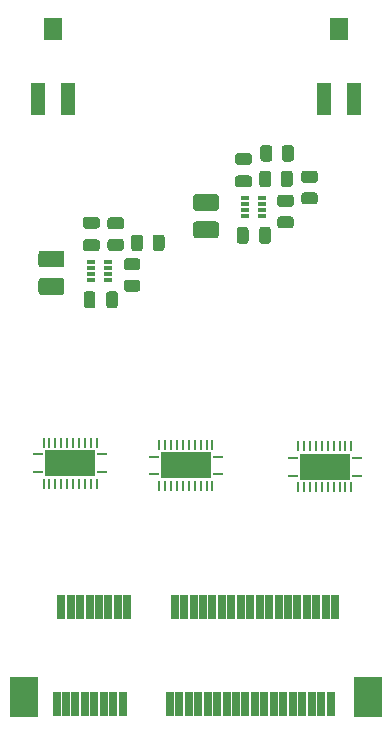
<source format=gtp>
G04 #@! TF.GenerationSoftware,KiCad,Pcbnew,9.0.1+1*
G04 #@! TF.CreationDate,2025-11-11T08:29:27+00:00*
G04 #@! TF.ProjectId,cellular-modem,63656c6c-756c-4617-922d-6d6f64656d2e,rev?*
G04 #@! TF.SameCoordinates,Original*
G04 #@! TF.FileFunction,Paste,Top*
G04 #@! TF.FilePolarity,Positive*
%FSLAX46Y46*%
G04 Gerber Fmt 4.6, Leading zero omitted, Abs format (unit mm)*
G04 Created by KiCad (PCBNEW 9.0.1+1) date 2025-11-11 08:29:27*
%MOMM*%
%LPD*%
G01*
G04 APERTURE LIST*
%ADD10C,0.000000*%
%ADD11R,0.812800X0.254000*%
%ADD12R,0.254000X0.812800*%
%ADD13R,4.191000X2.209800*%
%ADD14R,0.660000X0.320000*%
%ADD15R,1.500000X1.900000*%
%ADD16R,1.200000X2.700000*%
%ADD17R,0.640000X2.108200*%
%ADD18R,2.438400X3.352800*%
G04 APERTURE END LIST*
D10*
G36*
X98866700Y-78894901D02*
G01*
X97669700Y-78894901D01*
X97669700Y-76885101D01*
X98866700Y-76885101D01*
X98866700Y-78894901D01*
G37*
G36*
X100263700Y-78894901D02*
G01*
X99066700Y-78894901D01*
X99066700Y-76885101D01*
X100263700Y-76885101D01*
X100263700Y-78894901D01*
G37*
G36*
X101660700Y-78894901D02*
G01*
X100463700Y-78894901D01*
X100463700Y-76885101D01*
X101660700Y-76885101D01*
X101660700Y-78894901D01*
G37*
G36*
X87106500Y-78779900D02*
G01*
X85909500Y-78779900D01*
X85909500Y-76770100D01*
X87106500Y-76770100D01*
X87106500Y-78779900D01*
G37*
G36*
X88503500Y-78779900D02*
G01*
X87306500Y-78779900D01*
X87306500Y-76770100D01*
X88503500Y-76770100D01*
X88503500Y-78779900D01*
G37*
G36*
X89900500Y-78779900D02*
G01*
X88703500Y-78779900D01*
X88703500Y-76770100D01*
X89900500Y-76770100D01*
X89900500Y-78779900D01*
G37*
G36*
X77307500Y-78602100D02*
G01*
X76110500Y-78602100D01*
X76110500Y-76592300D01*
X77307500Y-76592300D01*
X77307500Y-78602100D01*
G37*
G36*
X78704500Y-78602100D02*
G01*
X77507500Y-78602100D01*
X77507500Y-76592300D01*
X78704500Y-76592300D01*
X78704500Y-78602100D01*
G37*
G36*
X80101500Y-78602100D02*
G01*
X78904500Y-78602100D01*
X78904500Y-76592300D01*
X80101500Y-76592300D01*
X80101500Y-78602100D01*
G37*
D11*
X102383000Y-77140000D03*
D12*
X101915201Y-76162801D03*
X101415199Y-76162801D03*
X100915200Y-76162801D03*
X100415201Y-76162801D03*
X99915200Y-76162801D03*
X99415200Y-76162801D03*
X98915199Y-76162801D03*
X98415200Y-76162801D03*
X97915201Y-76162801D03*
X97415199Y-76162801D03*
D11*
X96947400Y-77140000D03*
X96947400Y-78640002D03*
D12*
X97415199Y-79617201D03*
X97915201Y-79617201D03*
X98415200Y-79617201D03*
X98915199Y-79617201D03*
X99415200Y-79617201D03*
X99915200Y-79617201D03*
X100415201Y-79617201D03*
X100915200Y-79617201D03*
X101415199Y-79617201D03*
X101915201Y-79617201D03*
D11*
X102383000Y-78640002D03*
D13*
X99665200Y-77890001D03*
D14*
X79860200Y-60586840D03*
X79860200Y-61086840D03*
X79860200Y-61586840D03*
X79860200Y-62086840D03*
X81330200Y-62086840D03*
X81330200Y-61586840D03*
X81330200Y-61086840D03*
X81330200Y-60586840D03*
G36*
G01*
X77375799Y-63338740D02*
X75675801Y-63338740D01*
G75*
G02*
X75425800Y-63088739I0J250001D01*
G01*
X75425800Y-62163741D01*
G75*
G02*
X75675801Y-61913740I250001J0D01*
G01*
X77375799Y-61913740D01*
G75*
G02*
X77625800Y-62163741I0J-250001D01*
G01*
X77625800Y-63088739D01*
G75*
G02*
X77375799Y-63338740I-250001J0D01*
G01*
G37*
G36*
G01*
X77375799Y-61013740D02*
X75675801Y-61013740D01*
G75*
G02*
X75425800Y-60763739I0J250001D01*
G01*
X75425800Y-59838741D01*
G75*
G02*
X75675801Y-59588740I250001J0D01*
G01*
X77375799Y-59588740D01*
G75*
G02*
X77625800Y-59838741I0J-250001D01*
G01*
X77625800Y-60763739D01*
G75*
G02*
X77375799Y-61013740I-250001J0D01*
G01*
G37*
G36*
G01*
X97919800Y-52829600D02*
X98819800Y-52829600D01*
G75*
G02*
X99069800Y-53079600I0J-250000D01*
G01*
X99069800Y-53604600D01*
G75*
G02*
X98819800Y-53854600I-250000J0D01*
G01*
X97919800Y-53854600D01*
G75*
G02*
X97669800Y-53604600I0J250000D01*
G01*
X97669800Y-53079600D01*
G75*
G02*
X97919800Y-52829600I250000J0D01*
G01*
G37*
G36*
G01*
X97919800Y-54654600D02*
X98819800Y-54654600D01*
G75*
G02*
X99069800Y-54904600I0J-250000D01*
G01*
X99069800Y-55429600D01*
G75*
G02*
X98819800Y-55679600I-250000J0D01*
G01*
X97919800Y-55679600D01*
G75*
G02*
X97669800Y-55429600I0J250000D01*
G01*
X97669800Y-54904600D01*
G75*
G02*
X97919800Y-54654600I250000J0D01*
G01*
G37*
G36*
G01*
X95110600Y-57818200D02*
X95110600Y-58768200D01*
G75*
G02*
X94860600Y-59018200I-250000J0D01*
G01*
X94360600Y-59018200D01*
G75*
G02*
X94110600Y-58768200I0J250000D01*
G01*
X94110600Y-57818200D01*
G75*
G02*
X94360600Y-57568200I250000J0D01*
G01*
X94860600Y-57568200D01*
G75*
G02*
X95110600Y-57818200I0J-250000D01*
G01*
G37*
G36*
G01*
X93210600Y-57818200D02*
X93210600Y-58768200D01*
G75*
G02*
X92960600Y-59018200I-250000J0D01*
G01*
X92460600Y-59018200D01*
G75*
G02*
X92210600Y-58768200I0J250000D01*
G01*
X92210600Y-57818200D01*
G75*
G02*
X92460600Y-57568200I250000J0D01*
G01*
X92960600Y-57568200D01*
G75*
G02*
X93210600Y-57818200I0J-250000D01*
G01*
G37*
G36*
G01*
X96787800Y-57709700D02*
X95887800Y-57709700D01*
G75*
G02*
X95637800Y-57459700I0J250000D01*
G01*
X95637800Y-56934700D01*
G75*
G02*
X95887800Y-56684700I250000J0D01*
G01*
X96787800Y-56684700D01*
G75*
G02*
X97037800Y-56934700I0J-250000D01*
G01*
X97037800Y-57459700D01*
G75*
G02*
X96787800Y-57709700I-250000J0D01*
G01*
G37*
G36*
G01*
X96787800Y-55884700D02*
X95887800Y-55884700D01*
G75*
G02*
X95637800Y-55634700I0J250000D01*
G01*
X95637800Y-55109700D01*
G75*
G02*
X95887800Y-54859700I250000J0D01*
G01*
X96787800Y-54859700D01*
G75*
G02*
X97037800Y-55109700I0J-250000D01*
G01*
X97037800Y-55634700D01*
G75*
G02*
X96787800Y-55884700I-250000J0D01*
G01*
G37*
D15*
X76651600Y-40813799D03*
D16*
X75401600Y-46713799D03*
X77901600Y-46713799D03*
D15*
X100851600Y-40813799D03*
D16*
X99601600Y-46713799D03*
X102101600Y-46713799D03*
G36*
G01*
X94101900Y-53968000D02*
X94101900Y-53068000D01*
G75*
G02*
X94351900Y-52818000I250000J0D01*
G01*
X94876900Y-52818000D01*
G75*
G02*
X95126900Y-53068000I0J-250000D01*
G01*
X95126900Y-53968000D01*
G75*
G02*
X94876900Y-54218000I-250000J0D01*
G01*
X94351900Y-54218000D01*
G75*
G02*
X94101900Y-53968000I0J250000D01*
G01*
G37*
G36*
G01*
X95926900Y-53968000D02*
X95926900Y-53068000D01*
G75*
G02*
X96176900Y-52818000I250000J0D01*
G01*
X96701900Y-52818000D01*
G75*
G02*
X96951900Y-53068000I0J-250000D01*
G01*
X96951900Y-53968000D01*
G75*
G02*
X96701900Y-54218000I-250000J0D01*
G01*
X96176900Y-54218000D01*
G75*
G02*
X95926900Y-53968000I0J250000D01*
G01*
G37*
D17*
X76951601Y-97958398D03*
X77351600Y-89758397D03*
X77751602Y-97958398D03*
X78151601Y-89758397D03*
X78551600Y-97958398D03*
X78951602Y-89758397D03*
X79351601Y-97958398D03*
X79751600Y-89758397D03*
X80151599Y-97958398D03*
X80551601Y-89758397D03*
X80951600Y-97958398D03*
X81351600Y-89758397D03*
X81751601Y-97958398D03*
X82151601Y-89758397D03*
X82551600Y-97958398D03*
X82951601Y-89758397D03*
X86551599Y-97958398D03*
X86951601Y-89758397D03*
X87351600Y-97958398D03*
X87751599Y-89758397D03*
X88151601Y-97958398D03*
X88551600Y-89758397D03*
X88951600Y-97958398D03*
X89351599Y-89758397D03*
X89751601Y-97958398D03*
X90151600Y-89758397D03*
X90551599Y-97958398D03*
X90951601Y-89758397D03*
X91351600Y-97958398D03*
X91751599Y-89758397D03*
X92151598Y-97958398D03*
X92551600Y-89758397D03*
X92951599Y-97958398D03*
X93351598Y-89758397D03*
X93751600Y-97958398D03*
X94151599Y-89758397D03*
X94551599Y-97958398D03*
X94951600Y-89758397D03*
X95351599Y-97958398D03*
X95751599Y-89758397D03*
X96151598Y-97958398D03*
X96551600Y-89758397D03*
X96951599Y-97958398D03*
X97351598Y-89758397D03*
X97751600Y-97958398D03*
X98151599Y-89758397D03*
X98551598Y-97958398D03*
X98951600Y-89758397D03*
X99351599Y-97958398D03*
X99751598Y-89758397D03*
X100151598Y-97958398D03*
X100551599Y-89758397D03*
D18*
X74176598Y-97358400D03*
X103326602Y-97358400D03*
G36*
G01*
X90456799Y-58536700D02*
X88756801Y-58536700D01*
G75*
G02*
X88506800Y-58286699I0J250001D01*
G01*
X88506800Y-57361701D01*
G75*
G02*
X88756801Y-57111700I250001J0D01*
G01*
X90456799Y-57111700D01*
G75*
G02*
X90706800Y-57361701I0J-250001D01*
G01*
X90706800Y-58286699D01*
G75*
G02*
X90456799Y-58536700I-250001J0D01*
G01*
G37*
G36*
G01*
X90456799Y-56211700D02*
X88756801Y-56211700D01*
G75*
G02*
X88506800Y-55961699I0J250001D01*
G01*
X88506800Y-55036701D01*
G75*
G02*
X88756801Y-54786700I250001J0D01*
G01*
X90456799Y-54786700D01*
G75*
G02*
X90706800Y-55036701I0J-250001D01*
G01*
X90706800Y-55961699D01*
G75*
G02*
X90456799Y-56211700I-250001J0D01*
G01*
G37*
D11*
X85187200Y-78525001D03*
D12*
X85654999Y-79502200D03*
X86155001Y-79502200D03*
X86655000Y-79502200D03*
X87154999Y-79502200D03*
X87655000Y-79502200D03*
X88155000Y-79502200D03*
X88655001Y-79502200D03*
X89155000Y-79502200D03*
X89654999Y-79502200D03*
X90155001Y-79502200D03*
D11*
X90622800Y-78525001D03*
X90622800Y-77024999D03*
D12*
X90155001Y-76047800D03*
X89654999Y-76047800D03*
X89155000Y-76047800D03*
X88655001Y-76047800D03*
X88155000Y-76047800D03*
X87655000Y-76047800D03*
X87154999Y-76047800D03*
X86655000Y-76047800D03*
X86155001Y-76047800D03*
X85654999Y-76047800D03*
D11*
X85187200Y-77024999D03*
D13*
X87905000Y-77775000D03*
G36*
G01*
X94199700Y-51809000D02*
X94199700Y-50909000D01*
G75*
G02*
X94449700Y-50659000I250000J0D01*
G01*
X94974700Y-50659000D01*
G75*
G02*
X95224700Y-50909000I0J-250000D01*
G01*
X95224700Y-51809000D01*
G75*
G02*
X94974700Y-52059000I-250000J0D01*
G01*
X94449700Y-52059000D01*
G75*
G02*
X94199700Y-51809000I0J250000D01*
G01*
G37*
G36*
G01*
X96024700Y-51809000D02*
X96024700Y-50909000D01*
G75*
G02*
X96274700Y-50659000I250000J0D01*
G01*
X96799700Y-50659000D01*
G75*
G02*
X97049700Y-50909000I0J-250000D01*
G01*
X97049700Y-51809000D01*
G75*
G02*
X96799700Y-52059000I-250000J0D01*
G01*
X96274700Y-52059000D01*
G75*
G02*
X96024700Y-51809000I0J250000D01*
G01*
G37*
G36*
G01*
X83254200Y-59379640D02*
X83254200Y-58479640D01*
G75*
G02*
X83504200Y-58229640I250000J0D01*
G01*
X84029200Y-58229640D01*
G75*
G02*
X84279200Y-58479640I0J-250000D01*
G01*
X84279200Y-59379640D01*
G75*
G02*
X84029200Y-59629640I-250000J0D01*
G01*
X83504200Y-59629640D01*
G75*
G02*
X83254200Y-59379640I0J250000D01*
G01*
G37*
G36*
G01*
X85079200Y-59379640D02*
X85079200Y-58479640D01*
G75*
G02*
X85329200Y-58229640I250000J0D01*
G01*
X85854200Y-58229640D01*
G75*
G02*
X86104200Y-58479640I0J-250000D01*
G01*
X86104200Y-59379640D01*
G75*
G02*
X85854200Y-59629640I-250000J0D01*
G01*
X85329200Y-59629640D01*
G75*
G02*
X85079200Y-59379640I0J250000D01*
G01*
G37*
G36*
G01*
X83808400Y-63074340D02*
X82908400Y-63074340D01*
G75*
G02*
X82658400Y-62824340I0J250000D01*
G01*
X82658400Y-62299340D01*
G75*
G02*
X82908400Y-62049340I250000J0D01*
G01*
X83808400Y-62049340D01*
G75*
G02*
X84058400Y-62299340I0J-250000D01*
G01*
X84058400Y-62824340D01*
G75*
G02*
X83808400Y-63074340I-250000J0D01*
G01*
G37*
G36*
G01*
X83808400Y-61249340D02*
X82908400Y-61249340D01*
G75*
G02*
X82658400Y-60999340I0J250000D01*
G01*
X82658400Y-60474340D01*
G75*
G02*
X82908400Y-60224340I250000J0D01*
G01*
X83808400Y-60224340D01*
G75*
G02*
X84058400Y-60474340I0J-250000D01*
G01*
X84058400Y-60999340D01*
G75*
G02*
X83808400Y-61249340I-250000J0D01*
G01*
G37*
G36*
G01*
X81511400Y-56766140D02*
X82411400Y-56766140D01*
G75*
G02*
X82661400Y-57016140I0J-250000D01*
G01*
X82661400Y-57541140D01*
G75*
G02*
X82411400Y-57791140I-250000J0D01*
G01*
X81511400Y-57791140D01*
G75*
G02*
X81261400Y-57541140I0J250000D01*
G01*
X81261400Y-57016140D01*
G75*
G02*
X81511400Y-56766140I250000J0D01*
G01*
G37*
G36*
G01*
X81511400Y-58591140D02*
X82411400Y-58591140D01*
G75*
G02*
X82661400Y-58841140I0J-250000D01*
G01*
X82661400Y-59366140D01*
G75*
G02*
X82411400Y-59616140I-250000J0D01*
G01*
X81511400Y-59616140D01*
G75*
G02*
X81261400Y-59366140I0J250000D01*
G01*
X81261400Y-58841140D01*
G75*
G02*
X81511400Y-58591140I250000J0D01*
G01*
G37*
D14*
X92908800Y-55143600D03*
X92908800Y-55643600D03*
X92908800Y-56143600D03*
X92908800Y-56643600D03*
X94378800Y-56643600D03*
X94378800Y-56143600D03*
X94378800Y-55643600D03*
X94378800Y-55143600D03*
G36*
G01*
X80379000Y-59632840D02*
X79429000Y-59632840D01*
G75*
G02*
X79179000Y-59382840I0J250000D01*
G01*
X79179000Y-58882840D01*
G75*
G02*
X79429000Y-58632840I250000J0D01*
G01*
X80379000Y-58632840D01*
G75*
G02*
X80629000Y-58882840I0J-250000D01*
G01*
X80629000Y-59382840D01*
G75*
G02*
X80379000Y-59632840I-250000J0D01*
G01*
G37*
G36*
G01*
X80379000Y-57732840D02*
X79429000Y-57732840D01*
G75*
G02*
X79179000Y-57482840I0J250000D01*
G01*
X79179000Y-56982840D01*
G75*
G02*
X79429000Y-56732840I250000J0D01*
G01*
X80379000Y-56732840D01*
G75*
G02*
X80629000Y-56982840I0J-250000D01*
G01*
X80629000Y-57482840D01*
G75*
G02*
X80379000Y-57732840I-250000J0D01*
G01*
G37*
D11*
X75388200Y-78347201D03*
D12*
X75855999Y-79324400D03*
X76356001Y-79324400D03*
X76856000Y-79324400D03*
X77355999Y-79324400D03*
X77856000Y-79324400D03*
X78356000Y-79324400D03*
X78856001Y-79324400D03*
X79356000Y-79324400D03*
X79855999Y-79324400D03*
X80356001Y-79324400D03*
D11*
X80823800Y-78347201D03*
X80823800Y-76847199D03*
D12*
X80356001Y-75870000D03*
X79855999Y-75870000D03*
X79356000Y-75870000D03*
X78856001Y-75870000D03*
X78356000Y-75870000D03*
X77856000Y-75870000D03*
X77355999Y-75870000D03*
X76856000Y-75870000D03*
X76356001Y-75870000D03*
X75855999Y-75870000D03*
D11*
X75388200Y-76847199D03*
D13*
X78106000Y-77597200D03*
G36*
G01*
X93256800Y-54221200D02*
X92306800Y-54221200D01*
G75*
G02*
X92056800Y-53971200I0J250000D01*
G01*
X92056800Y-53471200D01*
G75*
G02*
X92306800Y-53221200I250000J0D01*
G01*
X93256800Y-53221200D01*
G75*
G02*
X93506800Y-53471200I0J-250000D01*
G01*
X93506800Y-53971200D01*
G75*
G02*
X93256800Y-54221200I-250000J0D01*
G01*
G37*
G36*
G01*
X93256800Y-52321200D02*
X92306800Y-52321200D01*
G75*
G02*
X92056800Y-52071200I0J250000D01*
G01*
X92056800Y-51571200D01*
G75*
G02*
X92306800Y-51321200I250000J0D01*
G01*
X93256800Y-51321200D01*
G75*
G02*
X93506800Y-51571200I0J-250000D01*
G01*
X93506800Y-52071200D01*
G75*
G02*
X93256800Y-52321200I-250000J0D01*
G01*
G37*
G36*
G01*
X82151600Y-63280640D02*
X82151600Y-64230640D01*
G75*
G02*
X81901600Y-64480640I-250000J0D01*
G01*
X81401600Y-64480640D01*
G75*
G02*
X81151600Y-64230640I0J250000D01*
G01*
X81151600Y-63280640D01*
G75*
G02*
X81401600Y-63030640I250000J0D01*
G01*
X81901600Y-63030640D01*
G75*
G02*
X82151600Y-63280640I0J-250000D01*
G01*
G37*
G36*
G01*
X80251600Y-63280640D02*
X80251600Y-64230640D01*
G75*
G02*
X80001600Y-64480640I-250000J0D01*
G01*
X79501600Y-64480640D01*
G75*
G02*
X79251600Y-64230640I0J250000D01*
G01*
X79251600Y-63280640D01*
G75*
G02*
X79501600Y-63030640I250000J0D01*
G01*
X80001600Y-63030640D01*
G75*
G02*
X80251600Y-63280640I0J-250000D01*
G01*
G37*
M02*

</source>
